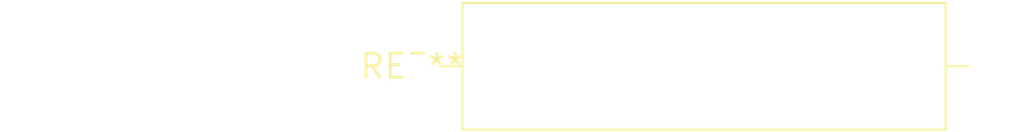
<source format=kicad_pcb>
(kicad_pcb (version 20240108) (generator pcbnew)
  (layers (0 "F.Cu" signal) (31 "B.Cu" signal) (34 "B.Paste" user) (35 "F.Paste" user) (36 "B.SilkS" user "B.Silkscreen") (37 "F.SilkS" user "F.Silkscreen") (38 "B.Mask" user) (39 "F.Mask" user) (44 "Edge.Cuts" user))
  (net 0 "")
  (footprint "R_Axial_Power_L25.0mm_W6.4mm_P30.48mm" (layer "F.Cu") (at 0 0)
    (property "Reference" "REF**")
    (property "Value" "R_Axial_Power_L25.0mm_W6.4mm_P30.48mm")
    (fp_line (start 1.44 0) (end 2.62 0) (layer "F.SilkS") (stroke (width 0.12)))
    (fp_line (start 2.62 -3.32) (end 2.62 3.32) (layer "F.SilkS") (stroke (width 0.12)))
    (fp_line (start 2.62 3.32) (end 27.86 3.32) (layer "F.SilkS") (stroke (width 0.12)))
    (fp_line (start 27.86 -3.32) (end 2.62 -3.32) (layer "F.SilkS") (stroke (width 0.12)))
    (fp_line (start 27.86 3.32) (end 27.86 -3.32) (layer "F.SilkS") (stroke (width 0.12)))
    (fp_line (start 29.04 0) (end 27.86 0) (layer "F.SilkS") (stroke (width 0.12)))
    (pad "1" thru_hole circle (at 0 0) (size 2.4 2.4) (drill 1.2) (layers *.Cu *.Mask) (remove_unused_layers))
    (pad "2" thru_hole oval (at 30.48 0) (size 2.4 2.4) (drill 1.2) (layers *.Cu *.Mask) (remove_unused_layers))
  )
)
</source>
